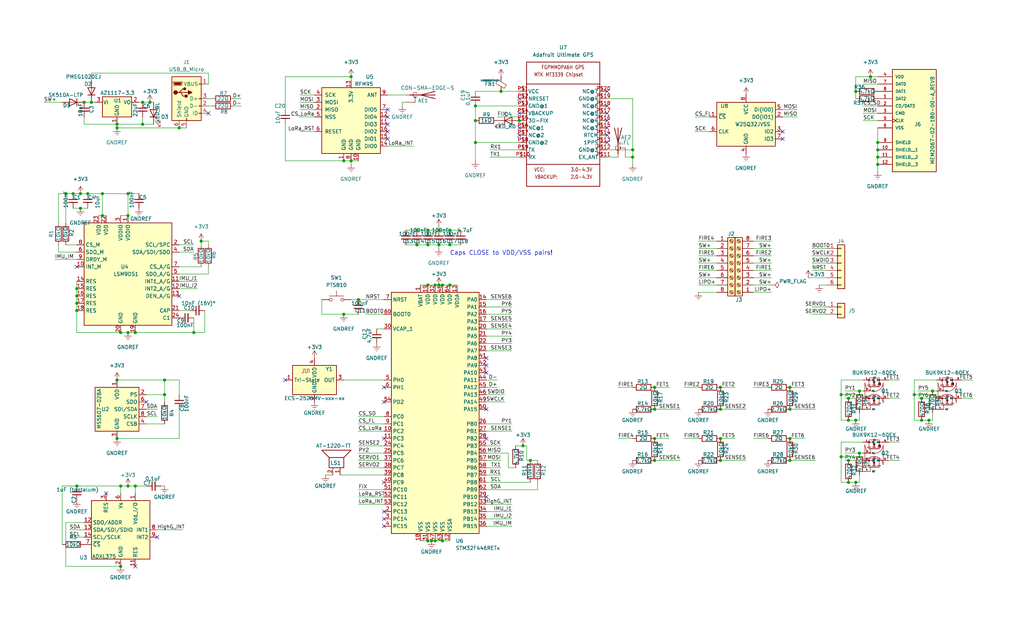
<source format=kicad_sch>
(kicad_sch (version 20211123) (generator eeschema)
  (paper "USLegal")
  (title_block (title "Simple Avionics Package") (date "2023-05-10") (rev "2") (company "SparrowTheNerd"))
  (junction (at 153.67 99.06))
  (junction (at 62.23 44.45))
  (junction (at 274.32 142.24))
  (junction (at 180.34 41.91))
  (junction (at 35.56 67.31))
  (junction (at 250.19 160.02))
  (junction (at 297.18 31.75))
  (junction (at 29.21 35.56))
  (junction (at 22.86 67.31))
  (junction (at 124.46 104.14))
  (junction (at 304.8 57.15))
  (junction (at 26.67 168.91))
  (junction (at 26.67 107.95))
  (junction (at 294.64 167.64))
  (junction (at 219.71 54.61))
  (junction (at 227.33 160.02))
  (junction (at 44.45 115.57))
  (junction (at 30.48 67.31))
  (junction (at 41.91 168.91))
  (junction (at 317.5 137.16))
  (junction (at 274.32 160.02))
  (junction (at 25.4 67.31))
  (junction (at 294.64 138.43))
  (junction (at 44.45 168.91))
  (junction (at 294.64 146.05))
  (junction (at 57.15 137.16))
  (junction (at 144.78 85.09))
  (junction (at 144.78 80.01))
  (junction (at 148.59 80.01))
  (junction (at 173.99 31.75))
  (junction (at 250.19 142.24))
  (junction (at 148.59 99.06))
  (junction (at 274.32 134.62))
  (junction (at 69.85 83.82))
  (junction (at 152.4 85.09))
  (junction (at 297.18 146.05))
  (junction (at 152.4 80.01))
  (junction (at 304.8 54.61))
  (junction (at 298.45 135.89))
  (junction (at 40.64 43.18))
  (junction (at 219.71 52.07))
  (junction (at 181.61 154.94))
  (junction (at 156.21 99.06))
  (junction (at 41.91 196.85))
  (junction (at 227.33 152.4))
  (junction (at 292.1 137.16))
  (junction (at 165.1 41.91))
  (junction (at 250.19 134.62))
  (junction (at 250.19 152.4))
  (junction (at 121.92 55.88))
  (junction (at 26.67 100.33))
  (junction (at 227.33 134.62))
  (junction (at 119.38 55.88))
  (junction (at 26.67 105.41))
  (junction (at 151.13 99.06))
  (junction (at 49.53 43.18))
  (junction (at 148.59 85.09))
  (junction (at 294.64 160.02))
  (junction (at 149.86 187.96))
  (junction (at 320.04 146.05))
  (junction (at 40.64 132.08))
  (junction (at 26.67 102.87))
  (junction (at 31.75 35.56))
  (junction (at 304.8 52.07))
  (junction (at 297.18 167.64))
  (junction (at 165.1 49.53))
  (junction (at 44.45 74.93))
  (junction (at 27.94 67.31))
  (junction (at 121.92 26.67))
  (junction (at 41.91 115.57))
  (junction (at 46.99 168.91))
  (junction (at 156.21 85.09))
  (junction (at 35.56 74.93))
  (junction (at 57.15 132.08))
  (junction (at 40.64 152.4))
  (junction (at 323.85 135.89))
  (junction (at 52.07 35.56))
  (junction (at 165.1 36.83))
  (junction (at 184.15 160.02))
  (junction (at 227.33 142.24))
  (junction (at 298.45 157.48))
  (junction (at 151.13 187.96))
  (junction (at 44.45 67.31))
  (junction (at 302.26 26.67))
  (junction (at 148.59 187.96))
  (junction (at 304.8 49.53))
  (junction (at 156.21 80.01))
  (junction (at 49.53 35.56))
  (junction (at 153.67 187.96))
  (junction (at 27.94 72.39))
  (junction (at 119.38 109.22))
  (junction (at 152.4 99.06))
  (junction (at 67.31 115.57))
  (junction (at 274.32 152.4))
  (junction (at 46.99 115.57))
  (junction (at 320.04 138.43))
  (junction (at 292.1 158.75))
  (junction (at 40.64 44.45))
  (junction (at 322.58 146.05))
  (no_connect (at 168.91 124.46))
  (no_connect (at 72.39 39.37))
  (no_connect (at 168.91 127))
  (no_connect (at 133.35 182.88))
  (no_connect (at 133.35 180.34))
  (no_connect (at 26.67 92.71))
  (no_connect (at 50.8 139.7))
  (no_connect (at 133.35 152.4))
  (no_connect (at 168.91 142.24))
  (no_connect (at 133.35 167.64))
  (no_connect (at 36.83 171.45))
  (no_connect (at 46.99 196.85))
  (no_connect (at 271.78 48.26))
  (no_connect (at 271.78 45.72))
  (no_connect (at 168.91 129.54))
  (no_connect (at 180.34 39.37))
  (no_connect (at 180.34 34.29))
  (no_connect (at 180.34 44.45))
  (no_connect (at 180.34 46.99))
  (no_connect (at 210.82 31.75))
  (no_connect (at 210.82 36.83))
  (no_connect (at 210.82 39.37))
  (no_connect (at 210.82 44.45))
  (no_connect (at 210.82 46.99))
  (no_connect (at 210.82 49.53))
  (no_connect (at 210.82 41.91))
  (no_connect (at 134.62 43.18))
  (no_connect (at 134.62 45.72))
  (no_connect (at 134.62 48.26))
  (no_connect (at 134.62 38.1))
  (no_connect (at 134.62 40.64))
  (no_connect (at 168.91 172.72))
  (no_connect (at 133.35 139.7))
  (no_connect (at 54.61 186.69))
  (no_connect (at 168.91 152.4))
  (no_connect (at 133.35 134.62))
  (no_connect (at 62.23 102.87))
  (no_connect (at 133.35 177.8))
  (no_connect (at 99.06 132.08))
  (wire (pts (xy 152.4 85.09) (xy 156.21 85.09)))
  (wire (pts (xy 168.91 111.76) (xy 177.8 111.76)))
  (wire (pts (xy 292.1 137.16) (xy 292.1 146.05)))
  (wire (pts (xy 261.62 88.9) (xy 267.97 88.9)))
  (wire (pts (xy 148.59 80.01) (xy 152.4 80.01)))
  (wire (pts (xy 281.94 109.22) (xy 287.02 109.22)))
  (wire (pts (xy 72.39 36.83) (xy 73.66 36.83)))
  (wire (pts (xy 227.33 160.02) (xy 236.22 160.02)))
  (wire (pts (xy 308.61 160.02) (xy 312.42 160.02)))
  (wire (pts (xy 71.12 107.95) (xy 71.12 115.57)))
  (wire (pts (xy 168.91 180.34) (xy 177.8 180.34)))
  (wire (pts (xy 165.1 49.53) (xy 180.34 49.53)))
  (wire (pts (xy 62.23 87.63) (xy 67.31 87.63)))
  (wire (pts (xy 304.8 44.45) (xy 304.8 49.53)))
  (wire (pts (xy 250.19 142.24) (xy 259.08 142.24)))
  (wire (pts (xy 165.1 41.91) (xy 165.1 49.53)))
  (wire (pts (xy 62.23 142.24) (xy 62.23 152.4)))
  (wire (pts (xy 148.59 85.09) (xy 152.4 85.09)))
  (wire (pts (xy 146.05 99.06) (xy 148.59 99.06)))
  (wire (pts (xy 214.63 134.62) (xy 219.71 134.62)))
  (wire (pts (xy 293.37 135.89) (xy 298.45 135.89)))
  (wire (pts (xy 299.72 29.21) (xy 304.8 29.21)))
  (wire (pts (xy 119.38 132.08) (xy 133.35 132.08)))
  (wire (pts (xy 124.46 175.26) (xy 133.35 175.26)))
  (wire (pts (xy 26.67 100.33) (xy 26.67 102.87)))
  (wire (pts (xy 148.59 99.06) (xy 151.13 99.06)))
  (wire (pts (xy 298.45 157.48) (xy 299.72 157.48)))
  (wire (pts (xy 179.07 154.94) (xy 181.61 154.94)))
  (wire (pts (xy 72.39 34.29) (xy 73.66 34.29)))
  (wire (pts (xy 124.46 160.02) (xy 133.35 160.02)))
  (wire (pts (xy 62.23 85.09) (xy 67.31 85.09)))
  (wire (pts (xy 227.33 134.62) (xy 232.41 134.62)))
  (wire (pts (xy 261.62 93.98) (xy 267.97 93.98)))
  (wire (pts (xy 182.88 160.02) (xy 182.88 154.94)))
  (wire (pts (xy 168.91 175.26) (xy 177.8 175.26)))
  (wire (pts (xy 168.91 160.02) (xy 173.99 160.02)))
  (wire (pts (xy 298.45 135.89) (xy 299.72 135.89)))
  (wire (pts (xy 46.99 168.91) (xy 50.8 168.91)))
  (wire (pts (xy 308.61 138.43) (xy 312.42 138.43)))
  (wire (pts (xy 22.86 196.85) (xy 41.91 196.85)))
  (wire (pts (xy 241.3 45.72) (xy 246.38 45.72)))
  (wire (pts (xy 292.1 153.67) (xy 292.1 158.75)))
  (wire (pts (xy 297.18 34.29) (xy 297.18 31.75)))
  (wire (pts (xy 57.15 168.91) (xy 55.88 168.91)))
  (wire (pts (xy 299.72 160.02) (xy 299.72 158.75)))
  (wire (pts (xy 304.8 52.07) (xy 304.8 54.61)))
  (wire (pts (xy 99.06 55.88) (xy 119.38 55.88)))
  (wire (pts (xy 151.13 99.06) (xy 152.4 99.06)))
  (wire (pts (xy 124.46 147.32) (xy 133.35 147.32)))
  (wire (pts (xy 99.06 43.18) (xy 99.06 55.88)))
  (wire (pts (xy 152.4 80.01) (xy 156.21 80.01)))
  (wire (pts (xy 46.99 168.91) (xy 44.45 168.91)))
  (wire (pts (xy 261.62 99.06) (xy 267.97 99.06)))
  (wire (pts (xy 299.72 158.75) (xy 292.1 158.75)))
  (wire (pts (xy 130.81 114.3) (xy 133.35 114.3)))
  (wire (pts (xy 168.91 162.56) (xy 173.99 162.56)))
  (wire (pts (xy 41.91 115.57) (xy 44.45 115.57)))
  (wire (pts (xy 299.72 36.83) (xy 304.8 36.83)))
  (wire (pts (xy 26.67 105.41) (xy 26.67 107.95)))
  (wire (pts (xy 172.72 40.64) (xy 180.34 40.64)))
  (wire (pts (xy 210.82 54.61) (xy 214.63 54.61)))
  (wire (pts (xy 325.12 137.16) (xy 317.5 137.16)))
  (wire (pts (xy 168.91 167.64) (xy 184.15 167.64)))
  (wire (pts (xy 22.86 77.47) (xy 22.86 67.31)))
  (wire (pts (xy 24.13 184.15) (xy 29.21 184.15)))
  (wire (pts (xy 176.53 162.56) (xy 176.53 157.48)))
  (wire (pts (xy 25.4 72.39) (xy 27.94 72.39)))
  (wire (pts (xy 31.75 35.56) (xy 33.02 35.56)))
  (wire (pts (xy 261.62 86.36) (xy 267.97 86.36)))
  (wire (pts (xy 322.58 142.24) (xy 322.58 138.43)))
  (wire (pts (xy 281.94 86.36) (xy 287.02 86.36)))
  (wire (pts (xy 27.94 67.31) (xy 30.48 67.31)))
  (wire (pts (xy 294.64 146.05) (xy 297.18 146.05)))
  (wire (pts (xy 318.77 138.43) (xy 320.04 138.43)))
  (wire (pts (xy 34.29 74.93) (xy 35.56 74.93)))
  (wire (pts (xy 308.61 132.08) (xy 312.42 132.08)))
  (wire (pts (xy 281.94 106.68) (xy 287.02 106.68)))
  (wire (pts (xy 44.45 67.31) (xy 44.45 74.93)))
  (wire (pts (xy 124.46 104.14) (xy 133.35 104.14)))
  (wire (pts (xy 261.62 134.62) (xy 266.7 134.62)))
  (wire (pts (xy 299.72 138.43) (xy 299.72 137.16)))
  (wire (pts (xy 299.72 142.24) (xy 297.18 142.24)))
  (wire (pts (xy 20.32 87.63) (xy 20.32 85.09)))
  (wire (pts (xy 299.72 153.67) (xy 292.1 153.67)))
  (wire (pts (xy 179.07 162.56) (xy 176.53 162.56)))
  (wire (pts (xy 57.15 139.7) (xy 57.15 137.16)))
  (wire (pts (xy 292.1 132.08) (xy 292.1 137.16)))
  (wire (pts (xy 261.62 96.52) (xy 267.97 96.52)))
  (wire (pts (xy 304.8 49.53) (xy 304.8 52.07)))
  (wire (pts (xy 274.32 134.62) (xy 279.4 134.62)))
  (wire (pts (xy 274.32 142.24) (xy 283.21 142.24)))
  (wire (pts (xy 170.18 54.61) (xy 180.34 54.61)))
  (wire (pts (xy 20.32 67.31) (xy 22.86 67.31)))
  (wire (pts (xy 165.1 31.75) (xy 173.99 31.75)))
  (wire (pts (xy 35.56 67.31) (xy 30.48 67.31)))
  (wire (pts (xy 134.62 50.8) (xy 143.51 50.8)))
  (wire (pts (xy 308.61 153.67) (xy 312.42 153.67)))
  (wire (pts (xy 124.46 172.72) (xy 133.35 172.72)))
  (wire (pts (xy 242.57 93.98) (xy 248.92 93.98)))
  (wire (pts (xy 54.61 184.15) (xy 63.5 184.15)))
  (wire (pts (xy 62.23 44.45) (xy 64.77 44.45)))
  (wire (pts (xy 242.57 88.9) (xy 248.92 88.9)))
  (wire (pts (xy 29.21 35.56) (xy 31.75 35.56)))
  (wire (pts (xy 40.64 43.18) (xy 40.64 44.45)))
  (wire (pts (xy 140.97 35.56) (xy 139.7 35.56)))
  (wire (pts (xy 19.05 90.17) (xy 26.67 90.17)))
  (wire (pts (xy 294.64 160.02) (xy 297.18 160.02)))
  (wire (pts (xy 67.31 115.57) (xy 46.99 115.57)))
  (wire (pts (xy 41.91 171.45) (xy 41.91 168.91)))
  (wire (pts (xy 318.77 135.89) (xy 323.85 135.89)))
  (wire (pts (xy 168.91 104.14) (xy 177.8 104.14)))
  (wire (pts (xy 334.01 138.43) (xy 337.82 138.43)))
  (wire (pts (xy 168.91 177.8) (xy 177.8 177.8)))
  (wire (pts (xy 168.91 116.84) (xy 177.8 116.84)))
  (wire (pts (xy 168.91 132.08) (xy 172.72 132.08)))
  (wire (pts (xy 261.62 83.82) (xy 267.97 83.82)))
  (wire (pts (xy 31.75 25.4) (xy 31.75 27.94)))
  (wire (pts (xy 242.57 99.06) (xy 248.92 99.06)))
  (wire (pts (xy 124.46 144.78) (xy 133.35 144.78)))
  (wire (pts (xy 271.78 40.64) (xy 276.86 40.64)))
  (wire (pts (xy 168.91 182.88) (xy 177.8 182.88)))
  (wire (pts (xy 261.62 91.44) (xy 267.97 91.44)))
  (wire (pts (xy 41.91 168.91) (xy 26.67 168.91)))
  (wire (pts (xy 140.97 85.09) (xy 144.78 85.09)))
  (wire (pts (xy 293.37 160.02) (xy 294.64 160.02)))
  (wire (pts (xy 49.53 40.64) (xy 49.53 43.18)))
  (wire (pts (xy 41.91 74.93) (xy 44.45 74.93)))
  (wire (pts (xy 26.67 107.95) (xy 26.67 115.57)))
  (wire (pts (xy 292.1 158.75) (xy 292.1 167.64)))
  (wire (pts (xy 292.1 167.64) (xy 294.64 167.64)))
  (wire (pts (xy 48.26 35.56) (xy 49.53 35.56)))
  (wire (pts (xy 168.91 114.3) (xy 177.8 114.3)))
  (wire (pts (xy 297.18 26.67) (xy 302.26 26.67)))
  (wire (pts (xy 22.86 67.31) (xy 25.4 67.31)))
  (wire (pts (xy 299.72 41.91) (xy 304.8 41.91)))
  (wire (pts (xy 165.1 36.83) (xy 180.34 36.83)))
  (wire (pts (xy 24.13 186.69) (xy 29.21 186.69)))
  (wire (pts (xy 299.72 39.37) (xy 304.8 39.37)))
  (wire (pts (xy 168.91 121.92) (xy 177.8 121.92)))
  (wire (pts (xy 219.71 52.07) (xy 219.71 54.61)))
  (wire (pts (xy 151.13 187.96) (xy 153.67 187.96)))
  (wire (pts (xy 121.92 57.15) (xy 121.92 55.88)))
  (wire (pts (xy 72.39 29.21) (xy 72.39 25.4)))
  (wire (pts (xy 294.64 138.43) (xy 297.18 138.43)))
  (wire (pts (xy 104.14 40.64) (xy 109.22 40.64)))
  (wire (pts (xy 168.91 170.18) (xy 186.69 170.18)))
  (wire (pts (xy 284.48 99.06) (xy 287.02 99.06)))
  (wire (pts (xy 241.3 40.64) (xy 246.38 40.64)))
  (wire (pts (xy 274.32 160.02) (xy 283.21 160.02)))
  (wire (pts (xy 144.78 80.01) (xy 148.59 80.01)))
  (wire (pts (xy 62.23 100.33) (xy 68.58 100.33)))
  (wire (pts (xy 219.71 34.29) (xy 219.71 52.07)))
  (wire (pts (xy 168.91 119.38) (xy 177.8 119.38)))
  (wire (pts (xy 242.57 101.6) (xy 248.92 101.6)))
  (wire (pts (xy 320.04 146.05) (xy 322.58 146.05)))
  (wire (pts (xy 186.69 167.64) (xy 186.69 170.18)))
  (wire (pts (xy 250.19 152.4) (xy 255.27 152.4)))
  (wire (pts (xy 168.91 109.22) (xy 177.8 109.22)))
  (wire (pts (xy 294.64 167.64) (xy 297.18 167.64)))
  (wire (pts (xy 297.18 163.83) (xy 297.18 160.02)))
  (wire (pts (xy 152.4 85.09) (xy 152.4 86.36)))
  (wire (pts (xy 281.94 91.44) (xy 287.02 91.44)))
  (wire (pts (xy 304.8 54.61) (xy 304.8 57.15)))
  (wire (pts (xy 317.5 132.08) (xy 317.5 137.16)))
  (wire (pts (xy 29.21 40.64) (xy 29.21 43.18)))
  (wire (pts (xy 293.37 157.48) (xy 298.45 157.48)))
  (wire (pts (xy 15.24 35.56) (xy 21.59 35.56)))
  (wire (pts (xy 210.82 34.29) (xy 219.71 34.29)))
  (wire (pts (xy 261.62 152.4) (xy 266.7 152.4)))
  (wire (pts (xy 242.57 86.36) (xy 248.92 86.36)))
  (wire (pts (xy 165.1 49.53) (xy 165.1 55.88)))
  (wire (pts (xy 62.23 137.16) (xy 62.23 132.08)))
  (wire (pts (xy 50.8 144.78) (xy 54.61 144.78)))
  (wire (pts (xy 21.59 168.91) (xy 21.59 189.23)))
  (wire (pts (xy 153.67 99.06) (xy 156.21 99.06)))
  (wire (pts (xy 44.45 115.57) (xy 46.99 115.57)))
  (wire (pts (xy 25.4 67.31) (xy 27.94 67.31)))
  (wire (pts (xy 81.28 36.83) (xy 83.82 36.83)))
  (wire (pts (xy 119.38 55.88) (xy 121.92 55.88)))
  (wire (pts (xy 298.45 165.1) (xy 298.45 167.64)))
  (wire (pts (xy 26.67 102.87) (xy 26.67 105.41)))
  (wire (pts (xy 334.01 132.08) (xy 337.82 132.08)))
  (wire (pts (xy 227.33 152.4) (xy 232.41 152.4)))
  (wire (pts (xy 48.26 67.31) (xy 44.45 67.31)))
  (wire (pts (xy 168.91 165.1) (xy 173.99 165.1)))
  (wire (pts (xy 62.23 95.25) (xy 72.39 95.25)))
  (wire (pts (xy 280.67 96.52) (xy 287.02 96.52)))
  (wire (pts (xy 104.14 35.56) (xy 109.22 35.56)))
  (wire (pts (xy 134.62 33.02) (xy 140.97 33.02)))
  (wire (pts (xy 180.34 41.91) (xy 180.34 40.64)))
  (wire (pts (xy 170.18 52.07) (xy 180.34 52.07)))
  (wire (pts (xy 57.15 132.08) (xy 57.15 137.16)))
  (wire (pts (xy 26.67 97.79) (xy 26.67 100.33)))
  (wire (pts (xy 121.92 26.67) (xy 121.92 27.94)))
  (wire (pts (xy 281.94 88.9) (xy 287.02 88.9)))
  (wire (pts (xy 148.59 187.96) (xy 149.86 187.96)))
  (wire (pts (xy 46.99 171.45) (xy 46.99 168.91)))
  (wire (pts (xy 20.32 77.47) (xy 20.32 67.31)))
  (wire (pts (xy 153.67 187.96) (xy 156.21 187.96)))
  (wire (pts (xy 299.72 132.08) (xy 292.1 132.08)))
  (wire (pts (xy 72.39 83.82) (xy 69.85 83.82)))
  (wire (pts (xy 322.58 146.05) (xy 323.85 146.05)))
  (wire (pts (xy 144.78 85.09) (xy 148.59 85.09)))
  (wire (pts (xy 237.49 134.62) (xy 242.57 134.62)))
  (wire (pts (xy 62.23 152.4) (xy 40.64 152.4)))
  (wire (pts (xy 323.85 143.51) (xy 323.85 146.05)))
  (wire (pts (xy 50.8 147.32) (xy 57.15 147.32)))
  (wire (pts (xy 50.8 142.24) (xy 54.61 142.24)))
  (wire (pts (xy 227.33 142.24) (xy 236.22 142.24)))
  (wire (pts (xy 62.23 132.08) (xy 57.15 132.08)))
  (wire (pts (xy 104.14 38.1) (xy 109.22 38.1)))
  (wire (pts (xy 323.85 135.89) (xy 325.12 135.89)))
  (wire (pts (xy 124.46 170.18) (xy 133.35 170.18)))
  (wire (pts (xy 111.76 109.22) (xy 119.38 109.22)))
  (wire (pts (xy 297.18 167.64) (xy 298.45 167.64)))
  (wire (pts (xy 133.35 157.48) (xy 124.46 157.48)))
  (wire (pts (xy 299.72 137.16) (xy 292.1 137.16)))
  (wire (pts (xy 168.91 137.16) (xy 175.26 137.16)))
  (wire (pts (xy 293.37 138.43) (xy 294.64 138.43)))
  (wire (pts (xy 127 109.22) (xy 133.35 109.22)))
  (wire (pts (xy 121.92 104.14) (xy 124.46 104.14)))
  (wire (pts (xy 184.15 160.02) (xy 182.88 160.02)))
  (wire (pts (xy 67.31 110.49) (xy 67.31 115.57)))
  (wire (pts (xy 62.23 107.95) (xy 66.04 107.95)))
  (wire (pts (xy 99.06 38.1) (xy 99.06 26.67)))
  (wire (pts (xy 35.56 74.93) (xy 36.83 74.93)))
  (wire (pts (xy 168.91 157.48) (xy 176.53 157.48)))
  (wire (pts (xy 146.05 187.96) (xy 148.59 187.96)))
  (wire (pts (xy 242.57 83.82) (xy 248.92 83.82)))
  (wire (pts (xy 168.91 149.86) (xy 177.8 149.86)))
  (wire (pts (xy 250.19 160.02) (xy 259.08 160.02)))
  (wire (pts (xy 297.18 31.75) (xy 297.18 26.67)))
  (wire (pts (xy 173.99 31.75) (xy 180.34 31.75)))
  (wire (pts (xy 40.64 132.08) (xy 57.15 132.08)))
  (wire (pts (xy 299.72 163.83) (xy 297.18 163.83)))
  (wire (pts (xy 304.8 57.15) (xy 304.8 59.69)))
  (wire (pts (xy 29.21 181.61) (xy 22.86 181.61)))
  (wire (pts (xy 104.14 45.72) (xy 109.22 45.72)))
  (wire (pts (xy 152.4 99.06) (xy 153.67 99.06)))
  (wire (pts (xy 124.46 149.86) (xy 133.35 149.86)))
  (wire (pts (xy 133.35 154.94) (xy 124.46 154.94)))
  (wire (pts (xy 250.19 134.62) (xy 255.27 134.62)))
  (wire (pts (xy 29.21 43.18) (xy 40.64 43.18)))
  (wire (pts (xy 41.91 115.57) (xy 26.67 115.57)))
  (wire (pts (xy 119.38 109.22) (xy 124.46 109.22)))
  (wire (pts (xy 40.64 43.18) (xy 49.53 43.18)))
  (wire (pts (xy 124.46 162.56) (xy 133.35 162.56)))
  (wire (pts (xy 297.18 146.05) (xy 298.45 146.05)))
  (wire (pts (xy 139.7 35.56) (xy 139.7 36.83)))
  (wire (pts (xy 140.97 80.01) (xy 144.78 80.01)))
  (wire (pts (xy 81.28 34.29) (xy 83.82 34.29)))
  (wire (pts (xy 49.53 35.56) (xy 52.07 35.56)))
  (wire (pts (xy 168.91 154.94) (xy 173.99 154.94)))
  (wire (pts (xy 111.76 104.14) (xy 111.76 109.22)))
  (wire (pts (xy 99.06 26.67) (xy 121.92 26.67)))
  (wire (pts (xy 168.91 134.62) (xy 172.72 134.62)))
  (wire (pts (xy 186.69 160.02) (xy 184.15 160.02)))
  (wire (pts (xy 242.57 91.44) (xy 248.92 91.44)))
  (wire (pts (xy 72.39 85.09) (xy 72.39 83.82)))
  (wire (pts (xy 274.32 152.4) (xy 279.4 152.4)))
  (wire (pts (xy 165.1 41.91) (xy 165.1 36.83)))
  (wire (pts (xy 72.39 95.25) (xy 72.39 92.71)))
  (wire (pts (xy 317.5 137.16) (xy 317.5 146.05)))
  (wire (pts (xy 26.67 168.91) (xy 21.59 168.91)))
  (wire (pts (xy 325.12 132.08) (xy 317.5 132.08)))
  (wire (pts (xy 156.21 99.06) (xy 158.75 99.06)))
  (wire (pts (xy 156.21 85.09) (xy 160.02 85.09)))
  (wire (pts (xy 168.91 106.68) (xy 177.8 106.68)))
  (wire (pts (xy 57.15 137.16) (xy 50.8 137.16)))
  (wire (pts (xy 22.86 181.61) (xy 22.86 196.85)))
  (wire (pts (xy 182.88 154.94) (xy 181.61 154.94)))
  (wire (pts (xy 261.62 101.6) (xy 267.97 101.6)))
  (wire (pts (xy 298.45 143.51) (xy 298.45 146.05)))
  (wire (pts (xy 237.49 152.4) (xy 242.57 152.4)))
  (wire (pts (xy 52.07 35.56) (xy 53.34 35.56)))
  (wire (pts (xy 271.78 38.1) (xy 276.86 38.1)))
  (wire (pts (xy 320.04 138.43) (xy 322.58 138.43)))
  (wire (pts (xy 242.57 96.52) (xy 248.92 96.52)))
  (wire (pts (xy 325.12 138.43) (xy 325.12 137.16)))
  (wire (pts (xy 281.94 93.98) (xy 287.02 93.98)))
  (wire (pts (xy 149.86 187.96) (xy 151.13 187.96)))
  (wire (pts (xy 168.91 139.7) (xy 175.26 139.7)))
  (wire (pts (xy 72.39 25.4) (xy 31.75 25.4)))
  (wire (pts (xy 26.67 87.63) (xy 20.32 87.63)))
  (wire (pts (xy 69.85 83.82) (xy 69.85 85.09)))
  (wire (pts (xy 62.23 92.71) (xy 69.85 92.71)))
  (wire (pts (xy 71.12 115.57) (xy 67.31 115.57)))
  (wire (pts (xy 35.56 74.93) (xy 35.56 67.31)))
  (wire (pts (xy 317.5 146.05) (xy 320.04 146.05)))
  (wire (pts (xy 22.86 85.09) (xy 26.67 85.09)))
  (wire (pts (xy 297.18 142.24) (xy 297.18 138.43)))
  (wire (pts (xy 49.53 43.18) (xy 53.34 43.18)))
  (wire (pts (xy 168.91 147.32) (xy 177.8 147.32)))
  (wire (pts (xy 62.23 97.79) (xy 68.58 97.79)))
  (wire (pts (xy 118.11 165.1) (xy 133.35 165.1)))
  (wire (pts (xy 292.1 146.05) (xy 294.64 146.05)))
  (wire (pts (xy 217.17 54.61) (xy 219.71 54.61)))
  (wire (pts (xy 214.63 152.4) (xy 219.71 152.4)))
  (wire (pts (xy 152.4 78.74) (xy 152.4 80.01)))
  (wire (pts (xy 156.21 80.01) (xy 160.02 80.01)))
  (wire (pts (xy 325.12 142.24) (xy 322.58 142.24)))
  (wire (pts (xy 27.94 72.39) (xy 30.48 72.39)))
  (wire (pts (xy 104.14 33.02) (xy 109.22 33.02)))
  (wire (pts (xy 113.03 165.1) (xy 115.57 165.1)))
  (wire (pts (xy 40.64 44.45) (xy 62.23 44.45)))
  (wire (pts (xy 210.82 52.07) (xy 219.71 52.07)))
  (wire (pts (xy 302.26 26.67) (xy 304.8 26.67)))
  (wire (pts (xy 219.71 57.15) (xy 219.71 54.61)))
  (wire (pts (xy 35.56 67.31) (xy 44.45 67.31)))
  (wire (pts (xy 44.45 168.91) (xy 41.91 168.91)))
  (wire (pts (xy 121.92 55.88) (xy 124.46 55.88)))
  (text "Caps CLOSE to VDD/VSS pairs!" (at 156.21 88.9 0) (effects (font (size 1.5 1.5)) (justify left bottom)))
  (label "IMU_I1" (at 177.8 177.8 180))
  (label "MOSI" (at 276.86 38.1 180))
  (label "MOSI" (at 104.14 35.56 0))
  (label "SW+" (at 267.97 99.06 180))
  (label "FET5" (at 337.82 132.08 180))
  (label "IMU_I1" (at 68.58 97.79 180))
  (label "IMU_IM" (at 19.05 90.17 0))
  (label "FET4" (at 312.42 160.02 180))
  (label "MISO" (at 276.86 40.64 180))
  (label "SERVO1" (at 124.46 160.02 0))
  (label "FET3" (at 312.42 153.67 180))
  (label "SCL" (at 24.13 186.69 0))
  (label "SCK" (at 104.14 33.02 0))
  (label "PY6" (at 177.8 106.68 180))
  (label "FIRE6" (at 242.57 93.98 0))
  (label "SCL" (at 54.61 144.78 180))
  (label "FET5" (at 255.27 152.4 180))
  (label "D+" (at 172.72 134.62 180))
  (label "LoRa_RST" (at 124.46 172.72 0))
  (label "SWDIO" (at 281.94 91.44 0))
  (label "CS_FL" (at 241.3 40.64 0))
  (label "SCL" (at 173.99 167.64 180))
  (label "MISO" (at 104.14 38.1 0))
  (label "SCL" (at 67.31 85.09 180))
  (label "SW+" (at 15.24 35.56 0))
  (label "SW+" (at 267.97 96.52 180))
  (label "SENSE1" (at 177.8 149.86 180))
  (label "D+" (at 83.82 34.29 180))
  (label "SENSE6" (at 283.21 160.02 180))
  (label "HighG_INT" (at 54.61 184.15 0))
  (label "PY3" (at 177.8 119.38 180))
  (label "CS_LoRa" (at 124.46 149.86 0))
  (label "IMU_I2" (at 177.8 180.34 180))
  (label "TX1" (at 173.99 162.56 180))
  (label "SCK" (at 173.99 154.94 180))
  (label "RX1" (at 170.18 52.07 0))
  (label "SCK" (at 299.72 41.91 0))
  (label "SENSE2" (at 124.46 154.94 0))
  (label "FIX" (at 124.46 170.18 0))
  (label "TX1" (at 170.18 54.61 0))
  (label "PY2" (at 124.46 157.48 0))
  (label "PY5" (at 318.77 135.89 0))
  (label "LIPO+" (at 267.97 101.6 180))
  (label "FET1" (at 232.41 134.62 180))
  (label "FET2" (at 312.42 138.43 180))
  (label "SDA" (at 54.61 142.24 180))
  (label "MOSI" (at 299.72 39.37 0))
  (label "FIRE6" (at 261.62 152.4 0))
  (label "SW+" (at 267.97 91.44 180))
  (label "SERVO2" (at 287.02 109.22 180))
  (label "SENSE6" (at 177.8 104.14 180))
  (label "SENSE5" (at 259.08 160.02 180))
  (label "MOSI" (at 173.99 160.02 180))
  (label "PY2" (at 293.37 138.43 0))
  (label "SW+" (at 267.97 86.36 180))
  (label "FIRE5" (at 237.49 152.4 0))
  (label "SWCLK" (at 281.94 88.9 0))
  (label "MISO" (at 299.72 29.21 0))
  (label "IMU_I2" (at 68.58 100.33 180))
  (label "IMU_IM" (at 177.8 182.88 180))
  (label "FET1" (at 312.42 132.08 180))
  (label "BOOT0" (at 281.94 86.36 0))
  (label "FIRE3" (at 261.62 134.62 0))
  (label "FIX" (at 172.72 40.64 0))
  (label "SDA" (at 67.31 87.63 180))
  (label "RX1" (at 173.99 165.1 180))
  (label "LoRa_INT" (at 143.51 50.8 180))
  (label "SWDIO" (at 175.26 137.16 180))
  (label "BOOT0" (at 127 109.22 0))
  (label "FIRE1" (at 214.63 134.62 0))
  (label "PY1" (at 293.37 135.89 0))
  (label "PY1" (at 177.8 147.32 180))
  (label "NRST" (at 281.94 93.98 0))
  (label "FET4" (at 232.41 152.4 180))
  (label "CS_FL" (at 124.46 147.32 0))
  (label "PY6" (at 318.77 138.43 0))
  (label "SENSE4" (at 177.8 114.3 180))
  (label "PY4" (at 293.37 160.02 0))
  (label "LIPO+" (at 242.57 99.06 0))
  (label "FIRE4" (at 242.57 83.82 0))
  (label "FIRE2" (at 237.49 134.62 0))
  (label "FIRE3" (at 267.97 83.82 180))
  (label "SENSE4" (at 236.22 160.02 180))
  (label "FET6" (at 337.82 138.43 180))
  (label "FET6" (at 279.4 152.4 180))
  (label "PY5" (at 177.8 109.22 180))
  (label "D-" (at 172.72 132.08 180))
  (label "SENSE3" (at 283.21 142.24 180))
  (label "SDA" (at 173.99 170.18 180))
  (label "FIRE2" (at 267.97 88.9 180))
  (label "SERVO1" (at 287.02 106.68 180))
  (label "SW+" (at 242.57 91.44 0))
  (label "CS_LoRa" (at 109.22 40.64 180))
  (label "SERVO2" (at 124.46 162.56 0))
  (label "SW+" (at 242.57 96.52 0))
  (label "LoRa_RST" (at 109.22 45.72 180))
  (label "SW+" (at 242.57 86.36 0))
  (label "SCK" (at 241.3 45.72 0))
  (label "SWCLK" (at 175.26 139.7 180))
  (label "CS_SD" (at 124.46 144.78 0))
  (label "HighG_INT" (at 177.8 175.26 180))
  (label "LoRa_INT" (at 124.46 175.26 0))
  (label "FET2" (at 255.27 134.62 180))
  (label "SENSE1" (at 236.22 142.24 180))
  (label "SENSE5" (at 177.8 111.76 180))
  (label "MISO" (at 173.99 157.48 180))
  (label "FIRE4" (at 214.63 152.4 0))
  (label "SENSE2" (at 259.08 142.24 180))
  (label "PY3" (at 293.37 157.48 0))
  (label "CS_SD" (at 299.72 36.83 0))
  (label "FET3" (at 279.4 134.62 180))
  (label "PY4" (at 177.8 116.84 180))
  (label "FIRE5" (at 242.57 88.9 0))
  (label "SENSE3" (at 177.8 121.92 180))
  (label "NRST" (at 127 104.14 0))
  (label "SDA" (at 24.13 184.15 0))
  (label "D-" (at 83.82 36.83 180))
  (label "FIRE1" (at 267.97 93.98 180))
  (symbol (lib_id "Device:R") (at 246.38 134.62 270) (unit 1)
    (property "Reference" "R19" (at 246.0498 132.5706 90))
    (property "Value" "2Ω" (at 246.2842 134.6334 90))
    (property "Footprint" "Resistor_SMD:R_0603_1608Metric" (effects hide))
  )
  (symbol (lib_id "Memory_Flash:W25Q32JVSS") (at 259.08 43.18 0) (unit 1)
    (property "Reference" "U8" (at 250.19 36.83 0) (effects (justify left)))
    (property "Value" "W25Q32JVSS" (at 255.27 43.18 0) (effects (justify left)))
    (property "Footprint" "Package_SO:SOIC-8_5.23x5.23mm_P1.27mm" (effects hide))
    (property "Datasheet" "http://www.winbond.com/resource-files/w25q32jv%20revg%2003272018%20plus.pdf" (effects hide))
  )
  (symbol (lib_id "Device:R") (at 246.38 152.4 270) (unit 1)
    (property "Reference" "R21" (at 246.0498 150.3506 90))
    (property "Value" "2Ω" (at 246.2842 152.4134 90))
    (property "Footprint" "Resistor_SMD:R_0603_1608Metric" (effects hide))
  )
  (symbol (lib_id "Transistor_FET:BUK9K12-60EX") (at 302.26 158.75 270) (unit 1)
    (property "Reference" "Q2" (at 307.34 157.48 90))
    (property "Value" "BUK9K12-60EX" (at 303.53 151.13 90))
    (property "Footprint" "Package_TO_SOT_SMD:LFPAK56D" (effects hide))
  )
  (symbol (lib_id "power:GNDREF") (at 149.86 187.96 0) (unit 1)
    (property "Reference" "#PWR022" (effects hide))
    (property "Value" "GNDREF" (at 149.86 191.77 0))
  )
  (symbol (lib_id "power:+3.3V") (at 52.07 35.56 0) (unit 1)
    (property "Reference" "#PWR011" (effects hide))
    (property "Value" "+3.3V" (at 52.07 31.75 0))
  )
  (symbol (lib_id "Device:C_Small") (at 160.02 82.55 0) (unit 1)
    (property "Reference" "C18" (at 158.75 83.82 0) (effects (justify left)))
    (property "Value" "4.7uF" (at 158.75 80.01 0) (effects (justify left)))
    (property "Footprint" "Capacitor_SMD:C_0603_1608Metric" (effects hide))
  )
  (symbol (lib_id "power:+3.3V") (at 121.92 26.67 0) (unit 1)
    (property "Reference" "#PWR018" (effects hide))
    (property "Value" "+3.3V" (at 121.92 21.59 0))
  )
  (symbol (lib_id "Device:R") (at 223.52 152.4 270) (unit 1)
    (property "Reference" "R15" (at 223.1898 150.3506 90))
    (property "Value" "2Ω" (at 223.4242 152.4134 90))
    (property "Footprint" "Resistor_SMD:R_0603_1608Metric" (effects hide))
  )
  (symbol (lib_id "power:+3.3V") (at 27.94 67.31 0) (unit 1)
    (property "Reference" "#PWR02" (effects hide))
    (property "Value" "+3.3V" (at 27.94 62.23 0))
  )
  (symbol (lib_id "Device:C_Small") (at 26.67 171.45 180) (unit 1)
    (property "Reference" "C2" (at 25.6839 172.3627 90) (effects (justify left)))
    (property "Value" "1uF (tantalum)" (at 34.29 170.18 0) (effects (justify left)))
    (property "Footprint" "Capacitor_SMD:C_0603_1608Metric" (effects hide))
  )
  (symbol (lib_id "power:GNDREF") (at 48.26 72.39 0) (unit 1)
    (property "Reference" "#PWR010" (effects hide))
    (property "Value" "GNDREF" (at 48.9746 76.054 0))
  )
  (symbol (lib_id "Device:R") (at 77.47 36.83 90) (unit 1)
    (property "Reference" "R8" (at 77.8002 38.8794 90))
    (property "Value" "22Ω" (at 77.47 36.83 90))
    (property "Footprint" "Resistor_SMD:R_0603_1608Metric" (effects hide))
  )
  (symbol (lib_id "Transistor_FET:BUK9K12-60EX") (at 302.26 137.16 270) (unit 1)
    (property "Reference" "Q1" (at 307.34 135.89 90))
    (property "Value" "BUK9K12-60EX" (at 303.53 129.54 90))
    (property "Footprint" "Package_TO_SOT_SMD:LFPAK56D" (effects hide))
  )
  (symbol (lib_id "Device:R") (at 168.91 41.91 90) (unit 1)
    (property "Reference" "R9" (at 168.91 39.8229 90))
    (property "Value" "1kΩ" (at 168.91 41.91 90))
    (property "Footprint" "Resistor_SMD:R_0603_1608Metric" (effects hide))
  )
  (symbol (lib_id "Device:C_Small") (at 144.78 82.55 0) (unit 1)
    (property "Reference" "C14" (at 143.51 83.82 0) (effects (justify left)))
    (property "Value" "100nF" (at 142.24 80.01 0) (effects (justify left)))
    (property "Footprint" "Capacitor_SMD:C_0603_1608Metric" (effects hide))
  )
  (symbol (lib_id "Device:R") (at 274.32 156.21 180) (unit 1)
    (property "Reference" "R30" (at 276.3694 155.8798 90))
    (property "Value" "10kΩ" (at 274.574 156.21 90))
    (property "Footprint" "Resistor_SMD:R_0603_1608Metric" (effects hide))
  )
  (symbol (lib_id "Device:R") (at 184.15 163.83 0) (mirror x) (unit 1)
    (property "Reference" "R11" (at 182.1006 163.4998 90))
    (property "Value" "10kΩ" (at 183.896 163.83 90))
    (property "Footprint" "Resistor_SMD:R_0603_1608Metric" (effects hide))
  )
  (symbol (lib_id "power:GNDREF") (at 304.8 59.69 0) (unit 1)
    (property "Reference" "#PWR044" (effects hide))
    (property "Value" "GNDREF" (at 304.8 64.77 0))
  )
  (symbol (lib_id "Device:C_Small") (at 64.77 110.49 90) (unit 1)
    (property "Reference" "C9" (at 64.0978 111.4896 90) (effects (justify left)))
    (property "Value" "100nF" (at 67.31 113.03 90) (effects (justify left)))
    (property "Footprint" "Capacitor_SMD:C_0603_1608Metric" (effects hide))
  )
  (symbol (lib_id "power:GNDREF") (at 284.48 99.06 0) (unit 1)
    (property "Reference" "#PWR040" (effects hide))
    (property "Value" "GNDREF" (effects hide))
  )
  (symbol (lib_id "Sensor_Pressure:MS5607-02BA") (at 40.64 142.24 0) (mirror y) (unit 1)
    (property "Reference" "U2" (at 37.9628 142.24 0) (effects (justify left)))
    (property "Value" "MS5607-02BA" (at 34.4251 149.1241 90) (effects (justify left)))
    (property "Footprint" "Package_LGA:LGA-8_3x5mm_P1.25mm" (effects hide))
    (property "Datasheet" "https://www.te.com/commerce/DocumentDelivery/DDEController?Action=showdoc&DocId=Data+Sheet%7FMS5607-02BA03%7FB2%7Fpdf%7FEnglish%7FENG_DS_MS5607-02BA03_B2.pdf%7FCAT-BLPS0035" (effects hide))
  )
  (symbol (lib_id "Device:C_Small") (at 53.34 168.91 90) (unit 1)
    (property "Reference" "C7" (at 52.4273 167.9239 90) (effects (justify left)))
    (property "Value" "0.1uF" (at 55.88 166.37 90) (effects (justify left)))
    (property "Footprint" "Capacitor_SMD:C_0603_1608Metric" (effects hide))
  )
  (symbol (lib_id "Device:R") (at 246.38 142.24 270) (unit 1)
    (property "Reference" "R20" (at 246.0498 140.1906 90))
    (property "Value" "2.7kΩ" (at 246.3268 142.2824 90))
    (property "Footprint" "Resistor_SMD:R_0603_1608Metric" (effects hide))
  )
  (symbol (lib_id "Device:R") (at 227.33 156.21 180) (unit 1)
    (property "Reference" "R18" (at 229.3794 155.8798 90))
    (property "Value" "10kΩ" (at 227.584 156.21 90))
    (property "Footprint" "Resistor_SMD:R_0603_1608Metric" (effects hide))
  )
  (symbol (lib_id "Device:C_Small") (at 152.4 82.55 0) (unit 1)
    (property "Reference" "C16" (at 151.13 83.82 0) (effects (justify left)))
    (property "Value" "100nF" (at 149.86 80.01 0) (effects (justify left)))
    (property "Footprint" "Capacitor_SMD:C_0603_1608Metric" (effects hide))
  )
  (symbol (lib_id "microSD_GCT_MEM2067-02-180-00:MEM2067-02-180-00-A_REVB") (at 309.88 36.83 0) (unit 1)
    (property "Reference" "J6" (at 317.5 43.18 0) (effects (justify left)))
    (property "Value" "MEM2067-02-180-00-A_REVB" (at 323.85 57.15 90) (effects (justify left)))
    (property "Footprint" "Connector_Card:microSD_GCT_MEM2067-02-180-00" (effects hide))
    (property "MANUFACTURER" "GCT" (effects hide))
  )
  (symbol (lib_id "power:+3.3V") (at 173.99 26.67 0) (unit 1)
    (property "Reference" "#PWR027" (effects hide))
    (property "Value" "+3.3V" (at 173.99 21.59 0))
  )
  (symbol (lib_id "Device:R") (at 274.32 138.43 180) (unit 1)
    (property "Reference" "R29" (at 276.3694 138.0998 90))
    (property "Value" "10kΩ" (at 274.574 138.43 90))
    (property "Footprint" "Resistor_SMD:R_0603_1608Metric" (effects hide))
  )
  (symbol (lib_id "Device:R") (at 294.64 142.24 180) (unit 1)
    (property "Reference" "R31" (at 296.6894 141.9098 90))
    (property "Value" "470Ω" (at 294.894 142.24 90))
    (property "Footprint" "Resistor_SMD:R_0603_1608Metric" (effects hide))
  )
  (symbol (lib_id "power:GNDREF") (at 242.57 101.6 0) (unit 1)
    (property "Reference" "#PWR032" (effects hide))
    (property "Value" "GNDREF" (effects hide))
  )
  (symbol (lib_id "power:+3.3V") (at 40.64 132.08 0) (unit 1)
    (property "Reference" "#PWR05" (effects hide))
    (property "Value" "+3.3V" (at 40.64 127 0))
  )
  (symbol (lib_id "Device:C_Small") (at 48.26 69.85 0) (unit 1)
    (property "Reference" "C5" (at 48.26 68.58 0) (effects (justify left)))
    (property "Value" "100nF" (at 45.72 72.39 90) (effects (justify left)))
    (property "Footprint" "Capacitor_SMD:C_0603_1608Metric" (effects hide))
  )
  (symbol (lib_id "power:GNDREF") (at 41.91 196.85 0) (unit 1)
    (property "Reference" "#PWR07" (effects hide))
    (property "Value" "GNDREF" (at 41.91 200.66 0))
  )
  (symbol (lib_id "Device:C_Small") (at 62.23 139.7 180) (unit 1)
    (property "Reference" "C8" (at 63.2296 140.3722 90) (effects (justify left)))
    (property "Value" "100nF" (at 64.77 137.16 90) (effects (justify left)))
    (property "Footprint" "Capacitor_SMD:C_0603_1608Metric" (effects hide))
  )
  (symbol (lib_id "Sensor_Motion:LSM9DS1") (at 44.45 95.25 0) (mirror y) (unit 1)
    (property "Reference" "U4" (at 41.91 92.71 0) (effects (justify right)))
    (property "Value" "LSM9DS1" (at 39.37 95.25 0) (effects (justify right)))
    (property "Footprint" "Package_LGA:LGA-24L_3x3.5mm_P0.43mm" (effects hide))
    (property "Datasheet" "http://www.st.com/content/ccc/resource/technical/document/datasheet/1e/3f/2a/d6/25/eb/48/46/DM00103319.pdf/files/DM00103319.pdf/jcr:content/translations/en.DM00103319.pdf" (effects hide))
  )
  (symbol (lib_id "power:GNDREF") (at 297.18 167.64 0) (unit 1)
    (property "Reference" "#PWR042" (effects hide))
    (property "Value" "GNDREF" (at 297.318 170.6512 0))
  )
  (symbol (lib_id "Device:R") (at 77.47 34.29 90) (unit 1)
    (property "Reference" "R7" (at 77.5878 32.4627 90))
    (property "Value" "22Ω" (at 77.47 34.29 90))
    (property "Footprint" "Resistor_SMD:R_0603_1608Metric" (effects hide))
  )
  (symbol (lib_id "Device:R") (at 300.99 31.75 90) (unit 1)
    (property "Reference" "R36" (at 298.4924 30.2578 90))
    (property "Value" "4.7kΩ" (at 300.99 31.75 90))
    (property "Footprint" "Resistor_SMD:R_0603_1608Metric" (effects hide))
  )
  (symbol (lib_id "Device:R") (at 323.85 139.7 180) (unit 1)
    (property "Reference" "R39" (at 325.8994 139.3698 90))
    (property "Value" "470Ω" (at 323.85 139.7 90))
    (property "Footprint" "Resistor_SMD:R_0603_1608Metric" (effects hide))
  )
  (symbol (lib_id "power:+3.3V") (at 109.22 124.46 0) (unit 1)
    (property "Reference" "#PWR014" (effects hide))
    (property "Value" "+3.3V" (at 109.22 120.65 0))
  )
  (symbol (lib_id "Adafruit_Ultimate_GPS:Adafruit Ultimate GPS") (at 195.58 41.91 0) (unit 1)
    (property "Reference" "U7" (at 195.58 16.51 0))
    (property "Value" "Adafruit Ultimate GPS" (at 195.58 19.05 0))
    (property "Footprint" "Adafruit Ultimate GPS:Adafruit Ultimate GPS" (effects hide))
  )
  (symbol (lib_id "Device:C_Small") (at 25.4 69.85 0) (unit 1)
    (property "Reference" "C1" (at 25.4 68.58 0) (effects (justify left)))
    (property "Value" "100nF" (at 22.86 72.39 90) (effects (justify left)))
    (property "Footprint" "Capacitor_SMD:C_0603_1608Metric" (effects hide))
  )
  (symbol (lib_id "RF_Module:RFM95W-915S2") (at 121.92 40.64 0) (unit 1)
    (property "Reference" "U5" (at 127 26.67 0) (effects (justify left)))
    (property "Value" "RFM95" (at 123.19 29.21 0) (effects (justify left)))
    (property "Footprint" "RF_Module:HOPERF_RFM9XW_SMD" (effects hide))
    (property "Datasheet" "https://www.hoperf.com/data/upload/portal/20181127/5bfcbea20e9ef.pdf" (effects hide))
  )
  (symbol (lib_id "power:GNDREF") (at 44.45 115.57 0) (unit 1)
    (property "Reference" "#PWR08" (effects hide))
    (property "Value" "GNDREF" (at 44.45 120.65 0))
  )
  (symbol (lib_id "Device:R") (at 223.52 142.24 270) (unit 1)
    (property "Reference" "R14" (at 223.1898 140.1906 90))
    (property "Value" "2.7kΩ" (at 223.4668 142.2824 90))
    (property "Footprint" "Resistor_SMD:R_0603_1608Metric" (effects hide))
  )
  (symbol (lib_id "power:+3.3V") (at 44.45 168.91 0) (unit 1)
    (property "Reference" "#PWR09" (effects hide))
    (property "Value" "+3.3V" (at 44.45 165.1 0))
  )
  (symbol (lib_id "power:+3.3V") (at 302.26 26.67 0) (unit 1)
    (property "Reference" "#PWR043" (effects hide))
    (property "Value" "+3.3V" (at 302.26 21.59 0))
  )
  (symbol (lib_id "power:GNDREF") (at 121.92 57.15 0) (unit 1)
    (property "Reference" "#PWR019" (effects hide))
    (property "Value" "GNDREF" (at 121.92 62.23 0))
  )
  (symbol (lib_id "power:GNDREF") (at 219.71 57.15 0) (unit 1)
    (property "Reference" "#PWR029" (effects hide))
    (property "Value" "GNDREF" (at 219.71 62.23 0))
  )
  (symbol (lib_id "Transistor_FET:BUK9K12-60EX") (at 327.66 137.16 270) (unit 1)
    (property "Reference" "Q3" (at 332.74 135.89 90))
    (property "Value" "BUK9K12-60EX" (at 328.93 129.54 90))
    (property "Footprint" "Package_TO_SOT_SMD:LFPAK56D" (effects hide))
  )
  (symbol (lib_id "MCU_ST_STM32F4:STM32F446RETx") (at 151.13 142.24 0) (unit 1)
    (property "Reference" "U6" (at 158.2294 187.96 0) (effects (justify left)))
    (property "Value" "STM32F446RETx" (at 158.2294 190.5 0) (effects (justify left)))
    (property "Footprint" "Package_QFP:LQFP-64_10x10mm_P0.5mm" (effects hide))
    (property "Datasheet" "http://www.st.com/st-web-ui/static/active/en/resource/technical/document/datasheet/DM00141306.pdf" (effects hide))
  )
  (symbol (lib_id "power:GNDREF") (at 266.7 160.02 0) (unit 1)
    (property "Reference" "#PWR038" (effects hide))
    (property "Value" "GNDREF" (at 266.7 163.83 0))
  )
  (symbol (lib_id "Device:R") (at 69.85 88.9 180) (unit 1)
    (property "Reference" "R5" (at 68.0034 89.1452 90))
    (property "Value" "10kΩ" (at 69.85 88.9 90))
    (property "Footprint" "Resistor_SMD:R_0603_1608Metric" (effects hide))
  )
  (symbol (lib_id "Device:C_Small") (at 99.06 40.64 0) (unit 1)
    (property "Reference" "C20" (at 95.25 36.83 0) (effects (justify left)))
    (property "Value" "10uF" (at 96.52 43.18 90) (effects (justify left)))
    (property "Footprint" "Capacitor_SMD:C_0603_1608Metric" (effects hide))
  )
  (symbol (lib_id "Device:R") (at 320.04 142.24 180) (unit 1)
    (property "Reference" "R38" (at 322.0894 141.9098 90))
    (property "Value" "470Ω" (at 320.294 142.24 90))
    (property "Footprint" "Resistor_SMD:R_0603_1608Metric" (effects hide))
  )
  (symbol (lib_id "power:GNDREF") (at 259.08 53.34 0) (unit 1)
    (property "Reference" "#PWR036" (effects hide))
    (property "Value" "GNDREF" (at 259.08 58.42 0))
  )
  (symbol (lib_id "Device:R") (at 298.45 161.29 180) (unit 1)
    (property "Reference" "R35" (at 300.4994 160.9598 90))
    (property "Value" "470Ω" (at 298.45 161.29 90))
    (property "Footprint" "Resistor_SMD:R_0603_1608Metric" (effects hide))
  )
  (symbol (lib_id "Device:Speaker") (at 118.11 160.02 270) (mirror x) (unit 1)
    (property "Reference" "LS1" (at 118.4134 160.9075 90) (effects (justify right)))
    (property "Value" "AT-1220-TT" (at 121.92 154.94 90) (effects (justify right)))
    (property "Footprint" "Buzzer_Beeper:MagneticBuzzer_ProSignal_ABT-410-RC" (effects hide))
  )
  (symbol (lib_id "power:GNDREF") (at 242.57 142.24 0) (unit 1)
    (property "Reference" "#PWR033" (effects hide))
    (property "Value" "GNDREF" (at 242.57 146.05 0))
  )
  (symbol (lib_id "Device:FerriteBead_Small") (at 173.99 29.21 180) (unit 1)
    (property "Reference" "FB1" (at 170.18 29.21 0))
    (property "Value" "ILBB0805ER102V" (at 170.18 27.94 0) (effects (font (size 0.508 0.508))))
    (property "Footprint" "Capacitor_SMD:C_0805_2012Metric" (effects hide))
  )
  (symbol (lib_id "power:GNDREF") (at 40.64 152.4 0) (unit 1)
    (property "Reference" "#PWR06" (effects hide))
    (property "Value" "GNDREF" (at 40.64 157.48 0))
  )
  (symbol (lib_id "power:GNDREF") (at 219.71 142.24 0) (unit 1)
    (property "Reference" "#PWR030" (effects hide))
    (property "Value" "GNDREF" (at 219.71 146.05 0))
  )
  (symbol (lib_id "Device:R") (at 270.51 142.24 270) (unit 1)
    (property "Reference" "R26" (at 270.1798 140.1906 90))
    (property "Value" "2.7kΩ" (at 270.4568 142.2824 90))
    (property "Footprint" "Resistor_SMD:R_0603_1608Metric" (effects hide))
  )
  (symbol (lib_id "Connector_Generic:Conn_01x02") (at 292.1 106.68 0) (unit 1)
    (property "Reference" "J5" (at 294.64 107.9499 0) (effects (justify left)))
    (property "Value" "Conn_01x02" (effects hide))
    (property "Footprint" "Connector_PinHeader_2.54mm:PinHeader_1x02_P2.54mm_Vertical" (effects hide))
  )
  (symbol (lib_id "power:GNDREF") (at 152.4 86.36 0) (unit 1)
    (property "Reference" "#PWR024" (effects hide))
    (property "Value" "GNDREF" (at 152.4 91.44 0))
  )
  (symbol (lib_id "Device:R") (at 270.51 134.62 270) (unit 1)
    (property "Reference" "R25" (at 270.1798 132.5706 90))
    (property "Value" "2Ω" (at 270.4142 134.6334 90))
    (property "Footprint" "Resistor_SMD:R_0603_1608Metric" (effects hide))
  )
  (symbol (lib_id "Device:Antenna_Shield") (at 146.05 33.02 270) (unit 1)
    (property "Reference" "AE1" (at 145.063 34.9564 90) (effects (justify left)))
    (property "Value" "CON-SMA-EDGE-S" (at 139.135 30.5582 90) (effects (justify left)))
    (property "Footprint" "Connector_Coaxial:SMA_Molex_73251-2120_EdgeMount_Horizontal" (effects hide))
  )
  (symbol (lib_id "Device:R") (at 179.07 158.75 180) (unit 1)
    (property "Reference" "R10" (at 181.1194 158.4198 90))
    (property "Value" "4.7kΩ" (at 179.324 158.75 90))
    (property "Footprint" "Resistor_SMD:R_0603_1608Metric" (effects hide))
  )
  (symbol (lib_id "power:+3.3V") (at 152.4 78.74 0) (unit 1)
    (property "Reference" "#PWR023" (effects hide))
    (property "Value" "+3.3V" (at 152.4 74.93 0))
  )
  (symbol (lib_id "power:GNDREF") (at 322.58 146.05 0) (unit 1)
    (property "Reference" "#PWR045" (effects hide))
    (property "Value" "GNDREF" (at 322.718 149.0612 0))
  )
  (symbol (lib_id "Device:R") (at 227.33 138.43 180) (unit 1)
    (property "Reference" "R17" (at 229.3794 138.0998 90))
    (property "Value" "10kΩ" (at 227.584 138.43 90))
    (property "Footprint" "Resistor_SMD:R_0603_1608Metric" (effects hide))
  )
  (symbol (lib_id "Device:D") (at 31.75 31.75 90) (unit 1)
    (property "Reference" "D2" (at 29.21 29.21 90) (effects (justify right)))
    (property "Value" "PMEG1020EJ" (at 22.86 26.67 90) (effects (justify right)))
    (property "Footprint" "Diode_SMD:D_SOD-323F" (effects hide))
  )
  (symbol (lib_id "Device:Antenna_Shield") (at 214.63 49.53 0) (unit 1)
    (property "Reference" "AE2" (at 215.588 47.7355 0) (effects (justify left)))
    (property "Value" "u.FL" (at 214.63 49.53 0) (effects (justify left)))
    (property "Footprint" "Connector_Coaxial:U.FL_Molex_MCRF_73412-0110_Vertical" (effects hide))
  )
  (symbol (lib_id "power:GNDREF") (at 242.57 160.02 0) (unit 1)
    (property "Reference" "#PWR034" (effects hide))
    (property "Value" "GNDREF" (at 242.57 163.83 0))
  )
  (symbol (lib_id "power:GNDREF") (at 27.94 72.39 0) (unit 1)
    (property "Reference" "#PWR03" (effects hide))
    (property "Value" "GNDREF" (at 27.94 77.47 0))
  )
  (symbol (lib_id "power:GNDREF") (at 40.64 44.45 0) (unit 1)
    (property "Reference" "#PWR04" (effects hide))
    (property "Value" "GNDREF" (at 40.64 49.53 0))
  )
  (symbol (lib_id "Connector:USB_B_Micro") (at 64.77 34.29 0) (unit 1)
    (property "Reference" "J1" (at 64.77 21.59 0))
    (property "Value" "USB_B_Micro" (at 64.77 24.13 0))
    (property "Footprint" "Connector_USB:USB_Micro-B_GCT_USB3076-30-A" (effects hide))
  )
  (symbol (lib_id "Device:R") (at 20.32 81.28 180) (unit 1)
    (property "Reference" "R1" (at 17.78 81.28 90))
    (property "Value" "10kΩ" (at 20.32 81.28 90))
    (property "Footprint" "Resistor_SMD:R_0603_1608Metric" (effects hide))
  )
  (symbol (lib_id "power:GNDREF") (at 266.7 142.24 0) (unit 1)
    (property "Reference" "#PWR037" (effects hide))
    (property "Value" "GNDREF" (at 266.7 146.05 0))
  )
  (symbol (lib_id "Connector_Generic:Conn_01x06") (at 292.1 91.44 0) (unit 1)
    (property "Reference" "J4" (at 290.83 83.82 0) (effects (justify left)))
    (property "Value" "Conn_01x06" (effects hide))
    (property "Footprint" "Connector_PinHeader_2.54mm:PinHeader_1x06_P2.54mm_Vertical" (effects hide))
  )
  (symbol (lib_id "Device:LED") (at 53.34 39.37 90) (unit 1)
    (property "Reference" "D3" (at 55.88 40.64 90) (effects (justify right)))
    (property "Value" "LED_BL" (at 54.61 35.56 0) (effects (justify right)))
    (property "Footprint" "LED_SMD:LED_0603_1608Metric" (effects hide))
  )
  (symbol (lib_id "Sensor_Motion:ADXL343") (at 41.91 184.15 0) (unit 1)
    (property "Reference" "U3" (at 28.9752 193.7751 0))
    (property "Value" "ADXL375" (at 36.1462 193.3926 0))
    (property "Footprint" "Package_LGA:LGA-14_3x5mm_P0.8mm_LayoutBorder1x6y" (effects hide))
    (property "Datasheet" "https://www.analog.com/media/en/technical-documentation/data-sheets/ADXL343.pdf" (effects hide))
  )
  (symbol (lib_id "Device:C_Small") (at 124.46 106.68 0) (unit 1)
    (property "Reference" "C11" (at 123.19 107.95 0) (effects (justify left)))
    (property "Value" "100nF" (at 121.92 105.41 0) (effects (justify left)))
    (property "Footprint" "Capacitor_SMD:C_0603_1608Metric" (effects hide))
  )
  (symbol (lib_id "Device:C_Small") (at 130.81 116.84 0) (unit 1)
    (property "Reference" "C12" (at 126.6175 118.0849 90) (effects (justify left)))
    (property "Value" "4.7uF" (at 128.27 119.38 90) (effects (justify left)))
    (property "Footprint" "Capacitor_SMD:C_0603_1608Metric" (effects hide))
  )
  (symbol (lib_id "power:GNDREF") (at 297.18 146.05 0) (unit 1)
    (property "Reference" "#PWR041" (effects hide))
    (property "Value" "GNDREF" (at 297.318 149.0612 0))
  )
  (symbol (lib_id "power:GNDREF") (at 57.15 168.91 0) (unit 1)
    (property "Reference" "#PWR012" (effects hide))
    (property "Value" "GNDREF" (at 57.15 172.72 0))
  )
  (symbol (lib_id "Switch:SW_MEC_5G") (at 116.84 104.14 0) (unit 1)
    (property "Reference" "SW1" (at 116.84 96.52 0))
    (property "Value" "PTS810" (at 116.84 99.06 0))
    (property "Footprint" "Button_Switch_SMD:SW_SPST_PTS810" (effects hide))
    (property "Datasheet" "http://www.apem.com/int/index.php?controller=attachment&id_attachment=488" (effects hide))
  )
  (symbol (lib_id "Device:C_Small") (at 156.21 82.55 0) (unit 1)
    (property "Reference" "C17" (at 154.94 83.82 0) (effects (justify left)))
    (property "Value" "100nF" (at 153.67 81.28 0) (effects (justify left)))
    (property "Footprint" "Capacitor_SMD:C_0603_1608Metric" (effects hide))
  )
  (symbol (lib_id "power:GNDREF") (at 165.1 55.88 0) (unit 1)
    (property "Reference" "#PWR026" (effects hide))
    (property "Value" "GNDREF" (at 165.1 60.96 0))
  )
  (symbol (lib_id "Device:C_Small") (at 165.1 34.29 0) (unit 1)
    (property "Reference" "C19" (at 160.7983 35.1022 90) (effects (justify left)))
    (property "Value" "0.1uF" (at 162.56 36.83 90) (effects (justify left)))
    (property "Footprint" "Capacitor_SMD:C_0603_1608Metric" (effects hide))
  )
  (symbol (lib_id "Device:R") (at 246.38 160.02 270) (unit 1)
    (property "Reference" "R22" (at 246.0498 157.9706 90))
    (property "Value" "2.7kΩ" (at 246.3268 160.0624 90))
    (property "Footprint" "Resistor_SMD:R_0603_1608Metric" (effects hide))
  )
  (symbol (lib_id "power:GNDREF") (at 113.03 165.1 0) (unit 1)
    (property "Reference" "#PWR016" (effects hide))
    (property "Value" "GNDREF" (at 113.03 168.91 0))
  )
  (symbol (lib_id "Device:R") (at 250.19 138.43 180) (unit 1)
    (property "Reference" "R23" (at 252.2394 138.0998 90))
    (property "Value" "10kΩ" (at 250.444 138.43 90))
    (property "Footprint" "Resistor_SMD:R_0603_1608Metric" (effects hide))
  )
  (symbol (lib_id "Device:R") (at 270.51 160.02 270) (unit 1)
    (property "Reference" "R28" (at 270.1798 157.9706 90))
    (property "Value" "2.7kΩ" (at 270.4568 160.0624 90))
    (property "Footprint" "Resistor_SMD:R_0603_1608Metric" (effects hide))
  )
  (symbol (lib_id "Device:R") (at 186.69 163.83 180) (unit 1)
    (property "Reference" "R12" (at 188.7394 163.4998 90))
    (property "Value" "10kΩ" (at 186.944 163.83 90))
    (property "Footprint" "Resistor_SMD:R_0603_1608Metric" (effects hide))
  )
  (symbol (lib_id "power:GNDREF") (at 109.22 139.7 0) (unit 1)
    (property "Reference" "#PWR015" (effects hide))
    (property "Value" "GNDREF" (at 109.22 143.51 0))
  )
  (symbol (lib_id "Device:D") (at 25.4 35.56 180) (unit 1)
    (property "Reference" "D1" (at 23.178 36.5885 0))
    (property "Value" "SK510A-LTP" (at 22.86 33.02 0))
    (property "Footprint" "Diode_SMD:D_SMA" (effects hide))
  )
  (symbol (lib_id "Device:C_Small") (at 49.53 38.1 0) (unit 1)
    (property "Reference" "C6" (at 49.53 36.83 0) (effects (justify left)))
    (property "Value" "22uF" (at 46.99 40.64 90) (effects (justify left)))
    (property "Footprint" "Capacitor_SMD:C_0603_1608Metric" (effects hide))
  )
  (symbol (lib_id "power:GNDREF") (at 219.71 160.02 0) (unit 1)
    (property "Reference" "#PWR031" (effects hide))
    (property "Value" "GNDREF" (at 219.71 163.83 0))
  )
  (symbol (lib_id "Device:R") (at 270.51 152.4 270) (unit 1)
    (property "Reference" "R27" (at 270.1798 150.3506 90))
    (property "Value" "2Ω" (at 270.4142 152.4134 90))
    (property "Footprint" "Resistor_SMD:R_0603_1608Metric" (effects hide))
  )
  (symbol (lib_id "Regulator_Linear:AZ1117-3.3") (at 40.64 35.56 0) (unit 1)
    (property "Reference" "U1" (at 40.8593 34.9177 0))
    (property "Value" "AZ1117-3.3" (at 40.7955 32.3043 0))
    (property "Footprint" "Package_TO_SOT_SMD:TO-252-3_TabPin2" (effects hide))
    (property "Datasheet" "https://www.diodes.com/assets/Datasheets/AZ1117.pdf" (effects hide))
  )
  (symbol (lib_id "power:GNDREF") (at 139.7 36.83 0) (unit 1)
    (property "Reference" "#PWR021" (effects hide))
    (property "Value" "GNDREF" (at 139.7 40.64 0))
  )
  (symbol (lib_id "Device:R") (at 72.39 88.9 0) (unit 1)
    (property "Reference" "R6" (at 74.2366 88.6548 90))
    (property "Value" "10kΩ" (at 72.39 88.9 90))
    (property "Footprint" "Resistor_SMD:R_0603_1608Metric" (effects hide))
  )
  (symbol (lib_id "Device:R") (at 294.64 163.83 180) (unit 1)
    (property "Reference" "R32" (at 296.6894 163.4998 90))
    (property "Value" "470Ω" (at 294.894 163.83 90))
    (property "Footprint" "Resistor_SMD:R_0603_1608Metric" (effects hide))
  )
  (symbol (lib_id "Device:R") (at 223.52 160.02 270) (unit 1)
    (property "Reference" "R16" (at 223.1898 157.9706 90))
    (property "Value" "2.7kΩ" (at 223.4668 160.0624 90))
    (property "Footprint" "Resistor_SMD:R_0603_1608Metric" (effects hide))
  )
  (symbol (lib_id "power:GNDREF") (at 26.67 173.99 0) (unit 1)
    (property "Reference" "#PWR01" (effects hide))
    (property "Value" "GNDREF" (at 26.67 177.8 0))
  )
  (symbol (lib_id "power:PWR_FLAG") (at 267.97 99.06 270) (unit 1)
    (property "Reference" "#FLG01" (effects hide))
    (property "Value" "PWR_FLAG" (at 270.51 97.79 90) (effects (justify left)))
  )
  (symbol (lib_id "Device:R") (at 298.45 139.7 180) (unit 1)
    (property "Reference" "R34" (at 300.4994 139.3698 90))
    (property "Value" "470Ω" (at 298.45 139.7 90))
    (property "Footprint" "Resistor_SMD:R_0603_1608Metric" (effects hide))
  )
  (symbol (lib_id "Device:R") (at 22.86 81.28 180) (unit 1)
    (property "Reference" "R2" (at 24.9094 80.9498 90))
    (property "Value" "10kΩ" (at 22.86 81.28 90))
    (property "Footprint" "Resistor_SMD:R_0603_1608Metric" (effects hide))
  )
  (symbol (lib_id "Device:C_Small") (at 30.48 69.85 0) (unit 1)
    (property "Reference" "C4" (at 30.48 68.58 0) (effects (justify left)))
    (property "Value" "10uF" (at 33.8467 72.5271 90) (effects (justify left)))
    (property "Footprint" "Capacitor_SMD:C_0603_1608Metric" (effects hide))
  )
  (symbol (lib_id "Device:LED") (at 176.53 41.91 0) (unit 1)
    (property "Reference" "D4" (at 177.8763 39.6954 0) (effects (justify right)))
    (property "Value" "LED_RD" (at 179.2361 43.9449 0) (effects (justify right)))
    (property "Footprint" "LED_SMD:LED_0603_1608Metric" (effects hide))
  )
  (symbol (lib_id "power:+3.3V") (at 259.08 33.02 0) (unit 1)
    (property "Reference" "#PWR035" (effects hide))
    (property "Value" "+3.3V" (at 259.08 27.94 0))
  )
  (symbol (lib_id "Device:C_Small") (at 148.59 82.55 0) (unit 1)
    (property "Reference" "C15" (at 147.32 83.82 0) (effects (justify left)))
    (property "Value" "100nF" (at 146.05 81.28 0) (effects (justify left)))
    (property "Footprint" "Capacitor_SMD:C_0603_1608Metric" (effects hide))
  )
  (symbol (lib_id "Connector:Screw_Terminal_01x08") (at 254 91.44 0) (unit 1)
    (property "Reference" "J2" (at 252.73 81.28 0) (effects (justify left)))
    (property "Value" "Screw_Terminal_01x08" (effects hide))
    (property "Footprint" "TerminalBlock_TE-Connectivity:TerminalBlock_TE_282834-8_1x08_P2.54mm_Horizontal" (effects hide))
  )
  (symbol (lib_id "Device:R") (at 25.4 189.23 270) (unit 1)
    (property "Reference" "R3" (at 25.4 186.69 90))
    (property "Value" "10kΩ" (at 25.4 189.23 90))
    (property "Footprint" "Resistor_SMD:R_0603_1608Metric" (effects hide))
  )
  (symbol (lib_id "Device:C_Small") (at 140.97 82.55 0) (unit 1)
    (property "Reference" "C13" (at 139.7 83.82 0) (effects (justify left)))
    (property "Value" "100nF" (at 138.43 81.28 0) (effects (justify left)))
    (property "Footprint" "Capacitor_SMD:C_0603_1608Metric" (effects hide))
  )
  (symbol (lib_id "power:GNDREF") (at 130.81 119.38 0) (unit 1)
    (property "Reference" "#PWR020" (effects hide))
    (property "Value" "GNDREF" (at 130.81 124.46 0))
  )
  (symbol (lib_id "Oscillator:ECS-2520MV-xxx-xx") (at 109.22 132.08 0) (unit 1)
    (property "Reference" "Y1" (at 114.3 128.27 0))
    (property "Value" "ECS-2520MV-xxx-xx" (at 109.22 138.43 0))
    (property "Footprint" "Oscillator:Oscillator_SMD_ECS_2520MV-xxx-xx-4Pin_2.5x2.0mm" (effects hide))
    (property "Datasheet" "https://www.ecsxtal.com/store/pdf/ECS-2520MV.pdf" (effects hide))
  )
  (symbol (lib_id "Device:R") (at 300.99 34.29 90) (unit 1)
    (property "Reference" "R37" (at 298.195 35.7821 90))
    (property "Value" "4.7kΩ" (at 300.99 34.29 90))
    (property "Footprint" "Resistor_SMD:R_0603_1608Metric" (effects hide))
  )
  (symbol (lib_id "Device:R") (at 57.15 143.51 180) (unit 1)
    (property "Reference" "R4" (at 59.69 143.51 90))
    (property "Value" "10kΩ" (at 57.15 143.51 90))
    (property "Footprint" "Resistor_SMD:R_0603_1608Metric" (effects hide))
  )
  (symbol (lib_id "Device:C_Small") (at 29.21 38.1 0) (unit 1)
    (property "Reference" "C3" (at 31.75 39.37 90) (effects (justify left)))
    (property "Value" "10uF" (at 27.94 40.64 90) (effects (justify left)))
    (property "Footprint" "Capacitor_SMD:C_0603_1608Metric" (effects hide))
  )
  (symbol (lib_id "power:+3.3V") (at 69.85 83.82 0) (unit 1)
    (property "Reference" "#PWR013" (effects hide))
    (property "Value" "+3.3V" (at 69.85 78.74 0))
  )
  (symbol (lib_id "Device:R") (at 250.19 156.21 180) (unit 1)
    (property "Reference" "R24" (at 252.2394 155.8798 90))
    (property "Value" "10kΩ" (at 250.444 156.21 90))
    (property "Footprint" "Resistor_SMD:R_0603_1608Metric" (effects hide))
  )
  (symbol (lib_id "Device:R") (at 223.52 134.62 270) (unit 1)
    (property "Reference" "R13" (at 223.1898 132.5706 90))
    (property "Value" "2Ω" (at 223.4242 134.6334 90))
    (property "Footprint" "Resistor_SMD:R_0603_1608Metric" (effects hide))
  )
  (symbol (lib_id "Connector:Screw_Terminal_01x08") (at 256.54 93.98 180) (unit 1)
    (property "Reference" "J3" (at 257.81 104.14 0) (effects (justify left)))
    (property "Value" "Screw_Terminal_01x08" (effects hide))
    (property "Footprint" "TerminalBlock_TE-Connectivity:TerminalBlock_TE_282834-8_1x08_P2.54mm_Horizontal" (effects hide))
  )
  (symbol (lib_id "power:+3.3V") (at 280.67 96.52 0) (unit 1)
    (property "Reference" "#PWR039" (effects hide))
    (property "Value" "+3.3V" (at 283.7138 95.3707 0))
  )
  (symbol (lib_id "power:+3.3V") (at 181.61 154.94 0) (unit 1)
    (property "Reference" "#PWR028" (effects hide))
    (property "Value" "+3.3V" (at 181.61 151.13 0))
  )
  (symbol (lib_id "power:GNDREF") (at 119.38 109.22 0) (unit 1)
    (property "Reference" "#PWR017" (effects hide))
    (property "Value" "GNDREF" (at 119.38 114.3 0))
  )
  (symbol (lib_id "Device:C_Small") (at 68.58 107.95 90) (unit 1)
    (property "Reference" "C10" (at 67.6673 106.9639 90) (effects (justify left)))
    (property "Value" "10nF (16V)*" (at 74.93 105.41 90) (effects (justify left)))
    (property "Footprint" "Capacitor_SMD:C_0603_1608Metric" (effects hide))
  )
  (symbol (lib_id "power:+3.3V") (at 152.4 99.06 0) (unit 1)
    (property "Reference" "#PWR025" (effects hide))
    (property "Value" "+3.3V" (at 152.4 95.25 0))
  )
)
</source>
